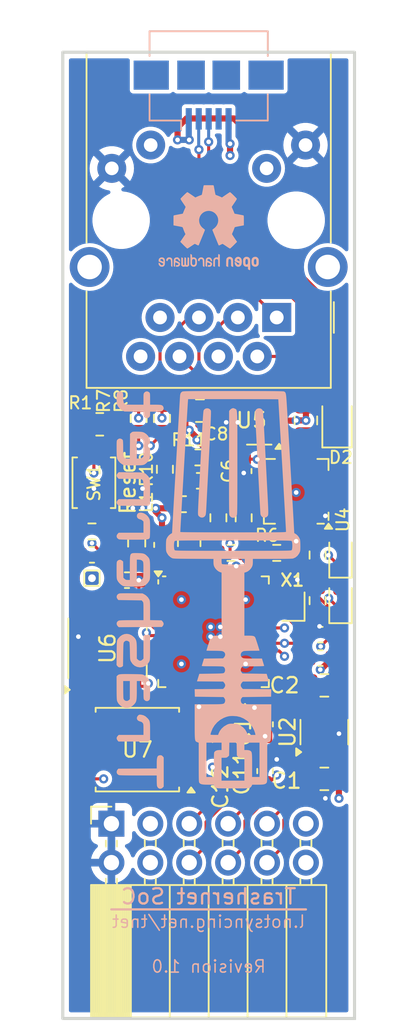
<source format=kicad_pcb>
(kicad_pcb
	(version 20240108)
	(generator "pcbnew")
	(generator_version "8.0")
	(general
		(thickness 1.6)
		(legacy_teardrops no)
	)
	(paper "A4")
	(layers
		(0 "F.Cu" signal)
		(1 "In1.Cu" signal)
		(2 "In2.Cu" signal)
		(31 "B.Cu" signal)
		(32 "B.Adhes" user "B.Adhesive")
		(33 "F.Adhes" user "F.Adhesive")
		(34 "B.Paste" user)
		(35 "F.Paste" user)
		(36 "B.SilkS" user "B.Silkscreen")
		(37 "F.SilkS" user "F.Silkscreen")
		(38 "B.Mask" user)
		(39 "F.Mask" user)
		(40 "Dwgs.User" user "User.Drawings")
		(41 "Cmts.User" user "User.Comments")
		(42 "Eco1.User" user "User.Eco1")
		(43 "Eco2.User" user "User.Eco2")
		(44 "Edge.Cuts" user)
		(45 "Margin" user)
		(46 "B.CrtYd" user "B.Courtyard")
		(47 "F.CrtYd" user "F.Courtyard")
		(48 "B.Fab" user)
		(49 "F.Fab" user)
		(50 "User.1" user)
		(51 "User.2" user)
		(52 "User.3" user)
		(53 "User.4" user)
		(54 "User.5" user)
		(55 "User.6" user)
		(56 "User.7" user)
		(57 "User.8" user)
		(58 "User.9" user)
	)
	(setup
		(stackup
			(layer "F.SilkS"
				(type "Top Silk Screen")
			)
			(layer "F.Paste"
				(type "Top Solder Paste")
			)
			(layer "F.Mask"
				(type "Top Solder Mask")
				(thickness 0.01)
			)
			(layer "F.Cu"
				(type "copper")
				(thickness 0.035)
			)
			(layer "dielectric 1"
				(type "prepreg")
				(thickness 0.1)
				(material "FR4")
				(epsilon_r 4.5)
				(loss_tangent 0.02)
			)
			(layer "In1.Cu"
				(type "copper")
				(thickness 0.035)
			)
			(layer "dielectric 2"
				(type "core")
				(thickness 1.24)
				(material "FR4")
				(epsilon_r 4.5)
				(loss_tangent 0.02)
			)
			(layer "In2.Cu"
				(type "copper")
				(thickness 0.035)
			)
			(layer "dielectric 3"
				(type "prepreg")
				(thickness 0.1)
				(material "FR4")
				(epsilon_r 4.5)
				(loss_tangent 0.02)
			)
			(layer "B.Cu"
				(type "copper")
				(thickness 0.035)
			)
			(layer "B.Mask"
				(type "Bottom Solder Mask")
				(thickness 0.01)
			)
			(layer "B.Paste"
				(type "Bottom Solder Paste")
			)
			(layer "B.SilkS"
				(type "Bottom Silk Screen")
			)
			(copper_finish "None")
			(dielectric_constraints no)
		)
		(pad_to_mask_clearance 0)
		(allow_soldermask_bridges_in_footprints no)
		(pcbplotparams
			(layerselection 0x00010fc_ffffffff)
			(plot_on_all_layers_selection 0x0000000_00000000)
			(disableapertmacros no)
			(usegerberextensions no)
			(usegerberattributes yes)
			(usegerberadvancedattributes yes)
			(creategerberjobfile yes)
			(dashed_line_dash_ratio 12.000000)
			(dashed_line_gap_ratio 3.000000)
			(svgprecision 4)
			(plotframeref no)
			(viasonmask no)
			(mode 1)
			(useauxorigin no)
			(hpglpennumber 1)
			(hpglpenspeed 20)
			(hpglpendiameter 15.000000)
			(pdf_front_fp_property_popups yes)
			(pdf_back_fp_property_popups yes)
			(dxfpolygonmode yes)
			(dxfimperialunits yes)
			(dxfusepcbnewfont yes)
			(psnegative no)
			(psa4output no)
			(plotreference yes)
			(plotvalue yes)
			(plotfptext yes)
			(plotinvisibletext no)
			(sketchpadsonfab no)
			(subtractmaskfromsilk no)
			(outputformat 1)
			(mirror no)
			(drillshape 1)
			(scaleselection 1)
			(outputdirectory "")
		)
	)
	(net 0 "")
	(net 1 "+1V2")
	(net 2 "unconnected-(U1A-IOT_43a-Pad32)")
	(net 3 "GND")
	(net 4 "unconnected-(U1A-RGB0-Pad39)")
	(net 5 "+5V")
	(net 6 "unconnected-(U2-NC-Pad4)")
	(net 7 "+3V3")
	(net 8 "unconnected-(U5-NC-Pad4)")
	(net 9 "/CF_IO2")
	(net 10 "/CF_DO")
	(net 11 "/~{CF_CS}")
	(net 12 "/CDONE")
	(net 13 "/CF_DI")
	(net 14 "/CF_CLK")
	(net 15 "/CF_IO3")
	(net 16 "/~{CRESET}")
	(net 17 "/RAM_IO0")
	(net 18 "/RAM_IO1")
	(net 19 "/RAM_IO2")
	(net 20 "/RAM_IO3")
	(net 21 "/RAM_SCK")
	(net 22 "/~{RAM_CS}")
	(net 23 "/RX+")
	(net 24 "/VREF")
	(net 25 "unconnected-(J2-NC-PadR7)")
	(net 26 "/LV_TX-")
	(net 27 "unconnected-(J2-TCT-PadR4)")
	(net 28 "/RX-")
	(net 29 "unconnected-(J2-PadR8)")
	(net 30 "unconnected-(J2-PadSH)")
	(net 31 "/ETH_LED0")
	(net 32 "/LV_RX+")
	(net 33 "/LV_RX-")
	(net 34 "/LV_TX+")
	(net 35 "/ETH_LED1")
	(net 36 "unconnected-(U1A-IOT_49a-Pad43)")
	(net 37 "Net-(D1-A)")
	(net 38 "unconnected-(J2-PadSH)_0")
	(net 39 "/PMOD5")
	(net 40 "/PMOD3")
	(net 41 "/PMOD4")
	(net 42 "/PMOD2")
	(net 43 "/PMOD0")
	(net 44 "/PMOD1")
	(net 45 "/PMOD6")
	(net 46 "/PMOD7")
	(net 47 "/TX-")
	(net 48 "unconnected-(X1-Tri-State-Pad1)")
	(net 49 "/USB/USB_D+")
	(net 50 "unconnected-(J3-Shield-Pad6)")
	(net 51 "unconnected-(J3-ID-Pad4)")
	(net 52 "unconnected-(J3-Shield-Pad6)_0")
	(net 53 "unconnected-(J3-Shield-Pad6)_1")
	(net 54 "unconnected-(J3-Shield-Pad6)_2")
	(net 55 "/USB/USB_D-")
	(net 56 "unconnected-(U4-~{RTS}-Pad16)")
	(net 57 "unconnected-(U4-CBUS3-Pad14)")
	(net 58 "unconnected-(U4-CBUS2-Pad5)")
	(net 59 "unconnected-(U4-~{CTS}-Pad4)")
	(net 60 "unconnected-(U4-CBUS1-Pad11)")
	(net 61 "unconnected-(U4-CBUS0-Pad12)")
	(net 62 "unconnected-(U4-3V3OUT-Pad8)")
	(net 63 "/SERIAL_PC_OUT")
	(net 64 "/CLK_12M")
	(net 65 "/SERIAL_PC_IN")
	(net 66 "Net-(J2-PadL3)")
	(net 67 "Net-(J2-PadL2)")
	(net 68 "/+3V3P")
	(net 69 "Net-(D3-A)")
	(net 70 "Net-(U1A-IOT_44b)")
	(net 71 "VBUS")
	(footprint "Inductor_SMD:L_0805_2012Metric" (layer "F.Cu") (at 136.906 94.5685 -90))
	(footprint "Capacitor_SMD:C_0603_1608Metric" (layer "F.Cu") (at 145.288 109.601 -90))
	(footprint "Capacitor_SMD:C_0603_1608Metric" (layer "F.Cu") (at 143.891 90.043 90))
	(footprint "Resistor_SMD:R_0603_1608Metric" (layer "F.Cu") (at 143.066 95.377))
	(footprint "Capacitor_SMD:C_0603_1608Metric" (layer "F.Cu") (at 148.905 102.235))
	(footprint "LED_SMD:LED_0603_1608Metric" (layer "F.Cu") (at 150.2156 95.504 90))
	(footprint "Resistor_SMD:R_0603_1608Metric" (layer "F.Cu") (at 143.891 93.091 -90))
	(footprint "Package_TO_SOT_SMD:SOT-23-5" (layer "F.Cu") (at 149.159 107.061 90))
	(footprint "Capacitor_SMD:C_0805_2012Metric" (layer "F.Cu") (at 141.036 86.106 180))
	(footprint "Capacitor_SMD:C_0603_1608Metric" (layer "F.Cu") (at 148.905 100.711 180))
	(footprint "Resistor_SMD:R_0603_1608Metric" (layer "F.Cu") (at 137.033 86.614 -90))
	(footprint "Resistor_SMD:R_0603_1608Metric" (layer "F.Cu") (at 138.748 89.9282 90))
	(footprint "Resistor_SMD:R_0603_1608Metric" (layer "F.Cu") (at 148.717 95.5172 -90))
	(footprint "Connector_PinSocket_2.54mm:PinSocket_2x06_P2.54mm_Horizontal" (layer "F.Cu") (at 135.255 113.03 90))
	(footprint "Oscillator:Oscillator_SMD_Abracon_ASCO-4Pin_1.6x1.2mm" (layer "F.Cu") (at 147.066 98.806 180))
	(footprint "Resistor_SMD:R_0603_1608Metric" (layer "F.Cu") (at 140.97 89.154))
	(footprint "Capacitor_SMD:C_0805_2012Metric" (layer "F.Cu") (at 149.159 104.013))
	(footprint "Capacitor_SMD:C_0603_1608Metric" (layer "F.Cu") (at 136.271 97.155 180))
	(footprint "Connector_RJ:RJ45_Amphenol_RJMG1BD3B8K1ANR" (layer "F.Cu") (at 146.05 80.03 180))
	(footprint "Package_SO:SOIC-8_5.23x5.23mm_P1.27mm" (layer "F.Cu") (at 136.95 108.204 180))
	(footprint "Resistor_SMD:R_0603_1608Metric" (layer "F.Cu") (at 146.05 95.377))
	(footprint "trashernet_soc:TestPoint_Pad_0.5x0.5mm" (layer "F.Cu") (at 133.985 97.028))
	(footprint "Package_DFN_QFN:QFN-48-1EP_7x7mm_P0.5mm_EP5.6x5.6mm" (layer "F.Cu") (at 141.924 100.519))
	(footprint "Diode_SMD:D_0805_2012Metric" (layer "F.Cu") (at 149.987 86.8195 90))
	(footprint "Resistor_SMD:R_0603_1608Metric" (layer "F.Cu") (at 133.985 93.98))
	(footprint "Resistor_SMD:R_0603_1608Metric" (layer "F.Cu") (at 148.717 98.489 -90))
	(footprint "Resistor_SMD:R_0603_1608Metric" (layer "F.Cu") (at 142.24 93.091 -90))
	(footprint "Capacitor_SMD:C_0603_1608Metric" (layer "F.Cu") (at 133.985 95.504 180))
	(footprint "Capacitor_SMD:C_0805_2012Metric" (layer "F.Cu") (at 149.159 110.109))
	(footprint "Package_DFN_QFN:QFN-16-1EP_4x4mm_P0.65mm_EP2.1x2.1mm" (layer "F.Cu") (at 147.32 91.3638 180))
	(footprint "Button_Switch_SMD:SW_SPST_B3U-1000P" (layer "F.Cu") (at 134.112 90.805 90))
	(footprint "Resistor_SMD:R_0603_1608Metric" (layer "F.Cu") (at 138.557 86.614 -90))
	(footprint "Capacitor_SMD:C_0603_1608Metric" (layer "F.Cu") (at 142.367 107.569 90))
	(footprint "Capacitor_SMD:C_0603_1608Metric" (layer "F.Cu") (at 145.288 106.553 90))
	(footprint "Capacitor_SMD:C_0603_1608Metric"
		(layer "F.Cu")
		(uuid "b517dd94-388a-4c8a-8f72-506634bedfe7")
		(at 138.557 94.856 -90)
		(descr "Capacitor SMD 0603 (1608 Metric), square (rectangular) end terminal, IPC_7351 nominal, (Body size source: IPC-SM-782 page 76, https://www.pcb-3d.com/wordp
... [469261 chars truncated]
</source>
